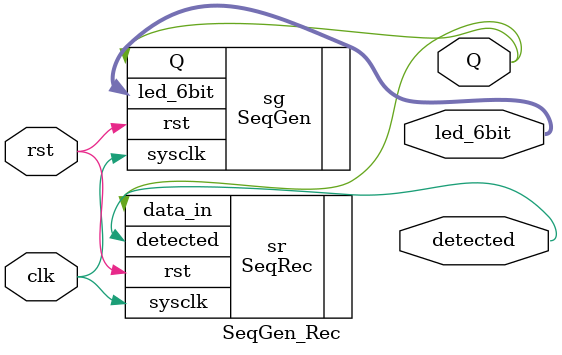
<source format=v>
module SeqGen_Rec(
	clk,
	rst,
	Q,
	led_6bit,
	detected
);
	input clk,rst;
	output Q;
	output detected;
	wire Q;
	wire detected;
	output [5:0] led_6bit;
	wire [5:0] led_6bit;
	SeqGen sg(
		.Q(Q),
		.rst(rst),
		.sysclk(clk),
		.led_6bit(led_6bit)
	);
	SeqRec sr(
		.data_in(Q),
		.sysclk(clk),
		.rst(rst),
		.detected(detected)
	);

endmodule
</source>
